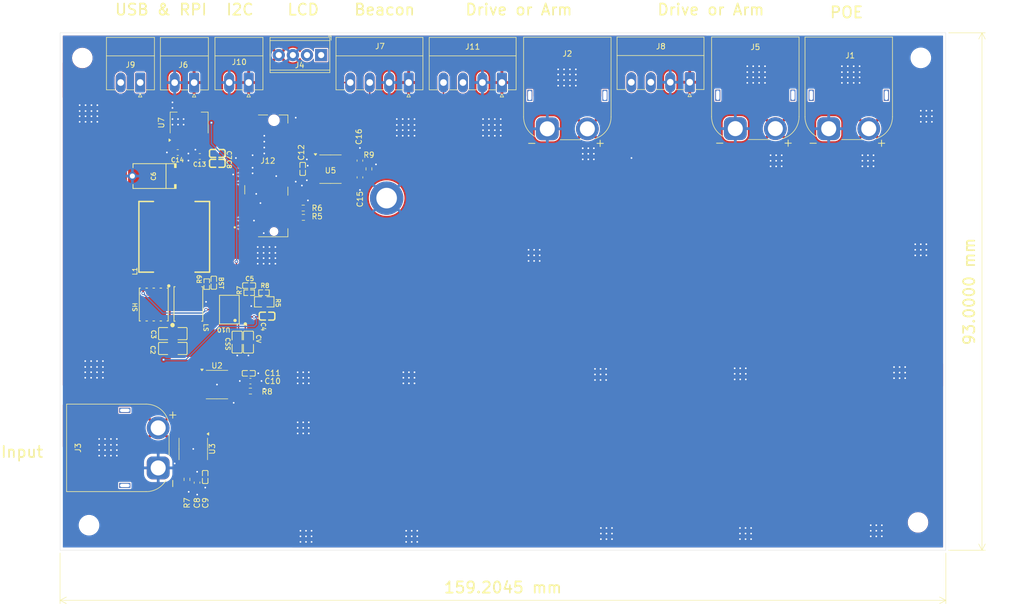
<source format=kicad_pcb>
(kicad_pcb (version 20240108) (generator "pcbnew") (generator_version "8.0")
  (layers (0 "F.Cu" signal "Top Layer") (1 "In1.Cu" signal "Inner1") (2 "In2.Cu" signal "Inner2") (31 "B.Cu" signal "Bottom Layer") (34 "B.Paste" user "Bottom Paste Mask Layer") (35 "F.Paste" user "Top Paste Mask Layer") (36 "B.SilkS" user "Bottom Silkscreen Layer") (37 "F.SilkS" user "Top Silkscreen Layer") (38 "B.Mask" user "Bottom Solder Mask Layer") (39 "F.Mask" user "Top Solder Mask Layer") (44 "Edge.Cuts" user "Multi-Layer"))
  (net 0 "")
  (net 1 "ADC1")
  (net 2 "GND")
  (net 3 "3.3V")
  (net 4 "ADC2")
  (net 5 "5V")
  (net 6 "Net-(J1-Pin_2)")
  (net 7 "Net-(J3-Pin_2)")
  (net 8 "Net-(J12-G0{slash}BUS0)")
  (net 9 "Net-(J12-G1{slash}BUS1)")
  (net 10 "Net-(J11-Pin_3)")
  (net 11 "Net-(J11-Pin_4)")
  (net 12 "SCL")
  (net 13 "SDA")
  (net 26 "TX")
  (net 48 "RX")
  (net 51 "SDA2")
  (net 52 "SCL2")
  (net 68 "40V")
  (net 69 "$2N2931")
  (net 70 "$2N2778")
  (net 71 "GATE")
  (net 72 "$2N2800")
  (net 73 "$2N671")
  (net 74 "$2N681")
  (net 75 "$2N1026")
  (net 76 "$2N1983")
  (net 77 "$2N1121")
  (net 78 "Net-(U3-~{FAULT})")
  (net 79 "Net-(U2-~{FAULT})")
  (footprint "Capacitor_SMD:C_0603_1608Metric" (layer "F.Cu") (at 293.697967 60.985884 -90)
    (property "Reference" "C15")
    (property "Value" "18pf" (hide yes))
  )
  (footprint "finalhand:C0603" (layer "F.Cu") (at 268.0655 56.6815)
    (property "Reference" "C7")
    (property "Value" "")
  )
  (footprint "Capacitor_SMD:C_0603_1608Metric" (layer "F.Cu") (at 293.688969 57.970249 -90)
    (property "Reference" "C16")
    (property "Value" "18pf" (hide yes))
  )
  (footprint "TerminalBlock_Phoenix:TerminalBlock_Phoenix_MPT-0,5-4-2.54_1x04_P2.54mm_Horizontal" (layer "F.Cu") (at 286.72121 39 180)
    (property "Reference" "J4")
    (property "Value" "Phoenix [2.54mm]" (hide yes))
  )
  (footprint "Package_SO:SOIC-8_3.9x4.9mm_P1.27mm" (layer "F.Cu") (at 268 98.2206)
    (property "Reference" "U2")
    (property "Value" "ACS711xLCTR-25AB" (hide yes))
  )
  (footprint "finalhand:C1206" (layer "F.Cu") (at 260.0645 89.0665 180)
    (property "Reference" "C3")
    (property "Value" "")
  )
  (footprint "Connector_AMASS:AMASS_XT60PW-M_1x02_P7.20mm_Horizontal" (layer "F.Cu") (at 257.432983 113.200801 90)
    (property "Reference" "J3")
    (property "Value" "XT60-PW-M" (hide yes))
  )
  (footprint "Capacitor_SMD:C_0603_1608Metric" (layer "F.Cu") (at 274 97.6016)
    (property "Reference" "C10")
    (property "Value" "18pF" (hide yes))
  )
  (footprint "finalhand:POWERVDFN-8_L6.0-W5.0-P1.27-BL" (layer "F.Cu") (at 262.8585 83.7325)
    (property "Reference" "LS")
    (property "Value" "")
  )
  (footprint "Resistor_SMD:R_0603_1608Metric" (layer "F.Cu") (at 262.607699 115.25909 -90)
    (property "Reference" "R7")
    (property "Value" "10K")
  )
  (footprint "Resistor_SMD:R_0603_1608Metric" (layer "F.Cu") (at 274 99.391646)
    (property "Reference" "R8")
    (property "Value" "10K")
  )
  (footprint "Connector_Phoenix_MC:PhoenixContact_MC_1,5_2-G-3.5_1x02_P3.50mm_Horizontal" (layer "F.Cu") (at 263.891469 43.949119 180)
    (property "Reference" "J6")
    (property "Value" "Phoenix (5V,GND)" (hide yes))
  )
  (footprint "finalhand:HTSSOP-14_L5.0-W4.4-P0.65-LS6.4-BL-EP" (layer "F.Cu") (at 270.2245 84.7485 90)
    (property "Reference" "U10")
    (property "Value" "")
  )
  (footprint "finalhand:C0805" (layer "F.Cu") (at 273.6535 90.5905 90)
    (property "Reference" "CV")
    (property "Value" "")
  )
  (footprint "finalhand:C0402" (layer "F.Cu") (at 273.7805 80.4305)
    (property "Reference" "C5")
    (property "Value" "")
  )
  (footprint "Package_SO:SOIC-8_3.9x4.9mm_P1.27mm" (layer "F.Cu") (at 263.73837 109.791861 -90)
    (property "Reference" "U3")
    (property "Value" "ACS711xLCTR-25AB" (hide yes))
  )
  (footprint "finalhand-easyedapro:C0402" (layer "F.Cu") (at 283.4 59.454998 90)
    (property "Reference" "C12")
    (property "Value" "100nF" (hide yes))
  )
  (footprint "finalhand:DFN-8_L5.9-W5.2-P1.27-LS6.2-BL" (layer "F.Cu") (at 256.6355 83.8595 180)
    (property "Reference" "HS")
    (property "Value" "")
  )
  (footprint "Connector_AMASS:AMASS_XT60PW-M_1x02_P7.20mm_Horizontal" (layer "F.Cu") (at 361.159382 52.218998)
    (property "Reference" "J5")
    (property "Value" "XT60-PW-M" (hide yes))
  )
  (footprint "Package_TO_SOT_SMD:SOT-223-3_TabPin2" (layer "F.Cu") (at 263 51.1635 90)
    (property "Reference" "U7")
    (property "Value" "AMS1117-3.3" (hide yes))
  )
  (footprint "Connector_Phoenix_MC:PhoenixContact_MC_1,5_4-G-3.5_1x04_P3.50mm_Horizontal" (layer "F.Cu") (at 319.207139 43.9325 180)
    (property "Reference" "J11")
    (property "Value" "Phoenix (+,-,CANH/L)" (hide yes))
  )
  (footprint "Connector_Phoenix_MC:PhoenixContact_MC_1,5_2-G-3.5_1x02_P3.50mm_Horizontal" (layer "F.Cu") (at 273.695 43.9325 180)
    (property "Reference" "J10")
    (property "Value" "Phoenix (5V,GND)" (hide yes))
  )
  (footprint "MountingHole:MountingHole_3.2mm_M3" (layer "F.Cu") (at 245 123.5 90)
    (property "Reference" "REF**" (hide yes))
    (property "Value" "MountingHole_3.2mm_M3" (hide yes))
  )
  (footprint "finalhand:C0805" (layer "F.Cu") (at 271.6215 90.5905 90)
    (property "Reference" "CSS")
    (property "Value" "")
  )
  (footprint "Capacitor_SMD:C_0603_1608Metric" (layer "F.Cu") (at 260.95651 56.509664 180)
    (property "Reference" "C14")
    (property "Value" "10µF" (hide yes))
  )
  (footprint "Package_SO:SOIC-8_3.9x4.9mm_P1.27mm" (layer "F.Cu") (at 288.4 59.5)
    (property "Reference" "U5")
    (property "Value" "SN65HVD232" (hide yes))
  )
  (footprint "Capacitor_SMD:C_0603_1608Metric" (layer "F.Cu") (at 264.416047 115.845581 -90)
    (property "Reference" "C8")
    (property "Value" "18pF" (hide yes))
  )
  (footprint "finalhand:C0603" (layer "F.Cu") (at 276.9935 85.910624 180)
    (property "Reference" "C4")
    (property "Value" "")
  )
  (footprint "MountingHole:MountingHole_3.2mm_M3" (layer "F.Cu") (at 394.5 39.5 90)
    (property "Reference" "REF**" (hide yes))
    (property "Value" "MountingHole_3.2mm_M3" (hide yes))
  )
  (footprint "finalhand:R0402" (layer "F.Cu") (at 276.4475 81.7005 180)
    (property "Reference" "R8")
    (property "Value" "")
  )
  (footprint "Resistor_SMD:R_0603_1608Metric" (layer "F.Cu") (at 283.531807 68.172328 180)
    (property "Reference" "R5")
    (property "Value" "10K" (hide yes))
  )
  (footprint "finalhand-easyedapro:C0402" (layer "F.Cu") (at 273.7112 96.2032)
    (property "Reference" "C11")
    (property "Value" "100nF" (hide yes))
  )
  (footprint "M2 Connect:micromod" (layer "F.Cu") (at 286.4905 60.7095 -90)
    (property "Reference" "J12")
    (property "Value" "MicroMod" (hide yes))
  )
  (footprint "Connector_AMASS:AMASS_XT60PW-M_1x02_P7.20mm_Horizontal" (layer "F.Cu") (at 327.371909 52.252793)
    (property "Reference" "J2")
    (property "Value" "XT60-PW-M" (hide yes))
  )
  (footprint "Capacitor_SMD:C_0603_1608Metric" (layer "F.Cu") (at 264.914303 57.214316 180)
    (property "Reference" "C13")
    (property "Value" "10µF" (hide yes))
  )
  (footprint "finalhand:R0402" (layer "F.Cu") (at 273.7805 81.7005 180)
    (property "Reference" "R7")
    (property "Value" "")
  )
  (footprint "MountingHole:MountingHole_3.2mm_M3" (layer "F.Cu") (at 394 123 90)
    (property "Reference" "REF**" (hide yes))
    (property "Value" "MountingHole_3.2mm_M3" (hide yes))
  )
  (footprint "finalhand:IND-SMD_L12.7-W12.7" (layer "F.Cu") (at 260.3185 71.6635 90)
    (property "Reference" "L1")
    (property "Value" "")
  )
  (footprint "finalhand:R0805" (layer "F.Cu") (at 276.4935 83.3515)
    (property "Reference" "R5")
    (property "Value" "")
  )
  (footprint "MountingHole:MountingHole_3.2mm_M3" (layer "F.Cu") (at 243.79881 39.526125 90)
    (property "Reference" "REF**" (hide yes))
    (property "Value" "MountingHole_3.2mm_M3" (hide yes))
  )
  (footprint "finalhand:Pad_e949" (layer "F.Cu") (at 252.7915 60.7455 -90)
    (property "Reference" "")
    (property "Value" "")
  )
  (footprint "finalhand:C0603" (layer "F.Cu") (at 268.0655 58.4595)
    (property "Reference" "C8")
    (property "Value" "")
  )
  (footprint "finalhand-easyedapro:C0402" (layer "F.Cu") (at 265.872327 114.835581 -90)
    (property "Reference" "C9")
    (property "Value" "100nF" (hide yes))
  )
  (footprint "Connector_Phoenix_MC:PhoenixContact_MC_1,5_2-G-3.5_1x02_P3.50mm_Horizontal" (layer "F.Cu") (at 254.195 43.9325 180)
    (property "Reference" "J9")
    (property "Value" "Phoenix (SDA/L)" (hide yes))
  )
  (footprint "Connector_Phoenix_MC:PhoenixContact_MC_1,5_4-G-3.5_1x04_P3.50mm_Horizontal" (layer "F.Cu") (at 352.966753 43.879939 180)
    (property "Reference" "J8")
    (property "Value" "Phoenix (+,-,CANH/L)" (hide yes))
  )
  (footprint "finalhand:C0402" (layer "F.Cu") (at 267.4305 79.9135 90)
    (property "Reference" "BST")
    (property "Value" "")
  )
  (footprint "finalhand:C1206" (layer "F.Cu") (at 260.0645 91.7335 180)
    (property "Reference" "C2")
    (property "Value" "")
  )
  (footprint "Resistor_SMD:R_0603_1608Metric" (layer "F.Cu") (at 283.5 66.5 180)
    (property "Reference" "R6")
    (property "Value" "10K" (hide yes))
  )
  (footprint "finalhand:R0402" (layer "F.Cu") (at 266.1605 80.1635 90)
    (property "Reference" "R9")
    (property "Value" "")
  )
  (footprint "Resistor_SMD:R_0603_1608Metric" (layer "F.Cu") (at 295.308705 59.455007 90)
    (property "Reference" "R9")
    (property "Value" "120" (hide yes))
  )
  (footprint "Connector_Phoenix_MC:PhoenixContact_MC_1,5_4-G-3.5_1x04_P3.50mm_Horizontal" (layer "F.Cu") (at 302.449371 43.9325 180)
    (property "Reference" "J7")
    (property "Value" "Phoenix (GPIO, 5V, GND)" (hide yes))
  )
  (footprint "finalhand:CAP-SMD_L7.3-W4.3-R-RD" (layer "F.Cu") (at 256.6355 60.7455)
    (property "Reference" "C6")
    (property "Value" "")
  )
  (footprint "Connector_AMASS:AMASS_XT60PW-M_1x02_P7.20mm_Horizontal" (layer "F.Cu") (at 377.949042 52.232566)
    (property "Reference" "J1")
    (property "Value" "XT60-PW-M" (hide yes))
  )
  (gr_rect (start 239.795486 35) (end 399 128) (stroke (width 0.05)) (fill none) (layer "Edge.Cuts"))
  (gr_text "I2C" (at 269.5 32 0) (layer "F.SilkS") (effects (font (size 2 2) (thickness 0.3)) (justify left bottom)))
  (gr_text "Drive or Arm" (at 347 32 0) (layer "F.SilkS") (effects (font (size 2 2) (thickness 0.3)) (justify left bottom)))
  (gr_text "USB & RPI" (at 249.5 32 0) (layer "F.SilkS") (effects (font (size 2 2) (thickness 0.3)) (justify left bottom)))
  (gr_text "POE" (at 378 32.5 0) (layer "F.SilkS") (effects (font (size 2 2) (thickness 0.3)) (justify left bottom)))
  (gr_text "Beacon" (at 292.5 32 0) (layer "F.SilkS") (effects (font (size 2 2) (thickness 0.3)) (justify left bottom)))
  (gr_text "Drive or Arm" (at 312.5 32 0) (layer "F.SilkS") (effects (font (size 2 2) (thickness 0.3)) (justify left bottom)))
  (gr_text "Input" (at 229 111.5 0) (layer "F.SilkS") (effects (font (size 2 2) (thickness 0.3)) (justify left bottom)))
  (gr_text "LCD" (at 280.5 32 0) (layer "F.SilkS") (effects (font (size 2 2) (thickness 0.3)) (justify left bottom)))
  (dimension (type aligned) (layer "F.SilkS") (pts (xy 399 128) (xy 399 35)) (height 6.5) (gr_text "93.0000 mm" (at 403.2 81.5 90) (layer "F.SilkS") (effects (font (size 2 2) (thickness 0.3)))) (format (prefix "") (suffix "") (units 3) (units_format 1) (precision 4)) (style (thickness 0.1) (arrow_length 1.27) (text_position_mode 0) (extension_height 0.58642) (extension_offset 0.5) keep_text_aligned))
  (dimension (type aligned) (layer "F.SilkS") (pts (xy 239.795486 128) (xy 399 128)) (height 8.999999) (gr_text "159.2045 mm" (at 319.397743 134.699999 0) (layer "F.SilkS") (effects (font (size 2 2) (thickness 0.3)))) (format (prefix "") (suffix "") (units 3) (units_format 1) (precision 4)) (style (thickness 0.1) (arrow_length 1.27) (text_position_mode 0) (extension_height 0.58642) (extension_offset 0.5) keep_text_aligned))
  (segment (start 280.5155 61.7095) (end 282.1095 61.7095) (width 0.254) (layer "F.Cu") (net 1))
  (segment (start 264.432144 115.054484) (end 264.416047 115.070581) (width 0.254) (layer "F.Cu") (net 1))
  (segment (start 264.432144 113.895607) (end 264.432144 115.054484) (width 0.254) (layer "F.Cu") (net 1))
  (segment (start 264.37337 113.836833) (end 264.432144 113.895607) (width 0.254) (layer "F.Cu") (net 1))
  (segment (start 282.1095 61.7095) (end 282.15 61.75) (width 0.254) (layer "F.Cu") (net 1))
  (segment (start 264.37337 112.266861) (end 264.37337 113.836833) (width 0.254) (layer "F.Cu") (net 1))
  (via blind (at 282.15 61.75) (size 0.61) (drill 0.305) (layers "F.Cu" "In2.Cu") (net 1))
  (via blind (at 264.432144 113.895607) (size 0.61) (drill 0.305) (layers "F.Cu" "In2.Cu") (net 1))
  (segment (start 270.9135 60.4595) (end 272.9655 60.4595) (width 0.254) (layer "F.Cu") (net 2))
  (segment (start 270.9135 59.5865) (end 271.5405 58.9595) (width 0.254) (layer "F.Cu") (net 2))
  (segment (start 264.139303 57.214316) (end 264.139303 56.021103) (width 0.381) (layer "F.Cu") (net 2))
  (segment (start 271.5405 58.9595) (end 272.9655 58.9595) (width 0.254) (layer "F.Cu") (net 2))
  (segment (start 284.3 58.88) (end 285.91 58.88) (width 0.254) (layer "F.Cu") (net 2))
  (segment (start 271 101.5) (end 271 100.6506) (width 0.381) (layer "F.Cu") (net 2))
  (segment (start 265.872327 115.380581) (end 265.872327 116.714882) (width 0.381) (layer "F.Cu") (net 2))
  (segment (start 268.7825 86.6985) (end 267.3585 86.6985) (width 0.254) (layer "F.Cu") (net 2))
  (segment (start 284.3 58.88) (end 283.429998 58.88) (width 0.254) (layer "F.Cu") (net 2))
  (segment (start 261.700285 112.399946) (end 261.83337 112.266861) (width 0.381) (layer "F.Cu") (net 2))
  (segment (start 267.3585 83.4485) (end 266.1305 83.4485) (width 0.254) (layer "F.Cu") (net 2))
  (segment (start 266.1305 83.4485) (end 266.0335 83.3515) (width 0.254) (layer "F.Cu") (net 2))
  (segment (start 274.775 97.6016) (end 275.9746 97.6016) (width 0.254) (layer "F.Cu") (net 2))
  (segment (start 274.65 69.149892) (end 274.65 68.75) (width 0.254) (layer "F.Cu") (net 2))
  (segment (start 260.18151 56.509664) (end 259.009664 56.509664) (width 0.381) (layer "F.Cu") (net 2))
  (segment (start 264.139303 56.021103) (end 264.1182 56) (width 0.381) (layer "F.Cu") (net 2))
  (segment (start 260.7 54.3135) (end 260.7 55.991174) (width 0.381) (layer "F.Cu") (net 2))
  (segment (start 275.9746 97.6016) (end 276 97.5762) (width 0.254) (layer "F.Cu") (net 2))
  (segment (start 260.39614 112.399946) (end 261.700285 112.399946) (width 0.381) (layer "F.Cu") (net 2))
  (segment (start 274.2562 96.2032) (end 275.4158 96.2032) (width 0.254) (layer "F.Cu") (net 2))
  (segment (start 271.6215 92.9715) (end 271.65 93) (width 0.254) (layer "F.Cu") (net 2))
  (segment (start 293.688969 55.69683) (end 293.689312 55.696487) (width 0.254) (layer "F.Cu") (net 2))
  (segment (start 272.9655 69.9595) (end 273.840392 69.9595) (width 0.254) (layer "F.Cu") (net 2))
  (segment (start 285.91 58.88) (end 285.925 58.865) (width 0.254) (layer "F.Cu") (net 2))
  (segment (start 273.840392 69.9595) (end 274.65 69.149892) (width 0.254) (layer "F.Cu") (net 2))
  (segment (start 259.009664 56.509664) (end 259 56.5) (width 0.381) (layer "F.Cu") (net 2))
  (segment (start 273.6535 92.9965) (end 273.65 93) (width 0.254) (layer "F.Cu") (net 2))
  (segment (start 264.416047 117.971511) (end 264.439535 117.994999) (width 0.254) (layer "F.Cu") (net 2))
  (segment (start 271.6215 91.6205) (end 271.6215 92.9715) (width 0.254) (layer "F.Cu") (net 2))
  (segment (start 264.416047 116.620581) (end 264.416047 117.971511) (width 0.254) (layer "F.Cu") (net 2))
  (segment (start 293.697967 61.760884) (end 293.697967 63.24339) (width 0.254) (layer "F.Cu") (net 2))
  (segment (start 269.7245 85.7565) (end 268.7825 86.6985) (width 0.254) (layer "F.Cu") (net 2))
  (segment (start 283.429998 58.88) (end 283.4 58.909998) (width 0.254) (layer "F.Cu") (net 2))
  (segment (start 260.7 55.991174) (end 260.18151 56.509664) (width 0.381) (layer "F.Cu") (net 2))
  (segment (start 276.4 71) (end 276.3405 71.0595) (width 0.254) (layer "F.Cu") (net 2))
  (segment (start 276.3405 71.0595) (end 273.7405 71.0595) (width 0.254) (layer "F.Cu") (net 2))
  (segment (start 275.4158 96.2032) (end 275.4238 96.1952) (width 0.254) (layer "F.Cu") (net 2))
  (segment (start 270.9135 60.4595) (end 270.9135 59.5865) (width 0.254) (layer "F.Cu") (net 2))
  (segment (start 273.6535 91.6205) (end 273.6535 92.9965) (width 0.254) (layer "F.Cu") (net 2))
  (segment (start 265.872327 116.714882) (end 265.895815 116.73837) (width 0.381) (layer "F.Cu") (net 2))
  (segment (start 271 100.6506) (end 270.475 100.1256) (width 0.381) (layer "F.Cu") (net 2))
  (segment (start 293.688969 57.195249) (end 293.688969 55.69683) (width 0.254) (layer "F.Cu") (net 2))
  (segment (start 269.7245 85.2485) (end 269.7245 85.7565) (width 0.254) (layer "F.Cu") (net 2))
  (via blind (at 275.31802 76.5) (size 0.61) (drill 0.305) (layers "F.Cu" "In1.Cu") (net 2))
  (via (at 293.697967 63.24339) (size 0.61) (drill 0.305) (layers "F.Cu" "B.Cu") (net 2))
  (via blind (at 276.5 55.62132) (size 0.61) (drill 0.305) (layers "F.Cu" "In1.Cu") (net 2))
  (via blind (at 277.43934 76.5) (size 0.61) (drill 0.305) (layers "F.Cu" "In1.Cu") (net 2))
  (via (at 274.65 68.75) (size 0.61) (drill 0.305) (layers "F.Cu" "B.Cu") (net 2))
  (via blind (at 276.37868 76.5) (size 0.61) (drill 0.305) (layers "F.Cu" "In1.Cu") (net 2))
  (via (at 266.0335 83.3515) (size 0.61) (drill 0.305) (layers "F.Cu" "B.Cu") (net 2))
  (via blind (at 278.5 73.5) (size 0.61) (drill 0.305) (layers "F.Cu" "In1.Cu") (net 2))
  (via blind (at 277.43934 73.5) (size 0.61) (drill 0.305) (layers "F.Cu" "In1.Cu") (net 2))
  (via (at 276.4 71) (size 0.61) (drill 0.305) (layers "F.Cu" "B.Cu") (net 2))
  (via blind (at 276.5 54.56066) (size 0.61) (drill 0.305) (layers "F.Cu" "In1.Cu") (net 2))
  (via blind (at 275.31802 73.5) (size 0.61) (drill 0.305) (layers "F.Cu" "In1.Cu") (net 2))
  (via (at 273.65 93) (size 0.61) (drill 0.305) (layers "F.Cu" "B.Cu") (net 2))
  (via blind (at 276.37868 73.5) (size 0.61) (drill 0.305) (layers "F.Cu" "In1.Cu") (net 2))
  (via (at 274.1615 84.1135) (size 0.61) (drill 0.305) (layers "F.Cu" "B.Cu") (net 2))
  (via (at 271 101.5) (size 0.61) (drill 0.305) (layers "F.Cu" "B.Cu") (net 2))
  (via (at 264.1182 56) (size 0.61) (drill 0.305) (layers "F.Cu" "B.Cu") (net 2))
  (via (at 275.4238 96.1952) (size 0.61) (drill 0.305) (layers "F.Cu" "B.Cu") (net 2))
  (via blind (at 276.5 56.68198) (size 0.61) (drill 0.305) (layers "F.Cu" "In1.Cu") (net 2))
  (via (at 260.39614 112.399946) (size 0.61) (drill 0.305) (layers "F.Cu" "B.Cu") (net 2))
  (via (at 265.895815 116.73837) (size 0.61) (drill 0.305) (layers "F.Cu" "B.Cu") (net 2))
  (via (at 259 56.5) (size 0.61) (drill 0.305) (layers "F.Cu" "B.Cu") (net 2))
  (via (at 264.439535 117.994999) (size 0.61) (drill 0.305) (layers "F.Cu" "B.Cu") (net 2))
  (via (at 284.3 58.88) (size 0.61) (drill 0.305) (layers "F.Cu" "B.Cu") (net 2))
  (via blind (at 278.5 76.5) (size 0.61) (drill 0.305) (layers "F.Cu" "In1.Cu") (net 2))
  (via (at 270.9135 60.4595) (size 0.61) (drill 0.305) (layers "F.Cu" "B.Cu") (net 2))
  (via (at 276 97.5762) (size 0.61) (drill 0.305) (layers "F.Cu" "B.Cu") (net 2))
  (via blind (at 276.5 53.5) (size 0.61) (drill 0.305) (layers "F.Cu" "In1.Cu") (net 2))
  (via (at 293.689312 55.696487) (size 0.61) (drill 0.305) (layers "F.Cu" "B.Cu") (net 2))
  (via (at 271.65 93) (size 0.61) (drill 0.305) (layers "F.Cu" "B.Cu") (net 2))
  (via blind (at 278.5 75.5) (size 0.61) (drill 0.305) (layers "In1.Cu" "B.Cu") (net 2))
  (via blind (at 317.93934 50.5) (size 0.61) (drill 0.305) (layers "In1.Cu" "B.Cu") (net 2))
  (via blind (at 301.37868 53.5) (size 0.61) (drill 0.305) (layers "In1.Cu" "B.Cu") (net 2))
  (via blind (at 383.5 44) (size 0.61) (drill 0.305) (layers "In1.Cu" "B.Cu") (net 2))
  (via blind (at 363.31802 41) (size 0.61) (drill 0.305) (layers "In1.Cu" "B.Cu") (net 2))
  (via blind (at 365.43934 41) (size 0.61) (drill 0.305) (layers "In1.Cu" "B.Cu") (net 2))
  (via blind (at 302.43934 51.56066) (size 0.61) (drill 0.305) (layers "In1.Cu" "B.Cu") (net 2))
  (via blind (at 245.37868 96) (size 0.61) (drill 0.305) (layers "In1.Cu" "B.Cu") (net 2))
  (via blind (at 331.43934 43.5) (size 0.61) (drill 0.305) (layers "In1.Cu" "B.Cu") (net 2))
  (via blind (at 246.81802 109.06066) (size 0.61) (drill 0.305) (layers "In1.Cu" "B.Cu") (net 2))
  (via blind (at 380.31802 42.06066) (size 0.61) (drill 0.305) (layers "In1.Cu" "B.Cu") (net 2))
  (via blind (at 246.81802 111) (size 0.61) (drill 0.305) (layers "In1.Cu" "B.Cu") (net 2))
  (via blind (at 246.5 48) (size 0.61) (drill 0.305) (layers "In1.Cu" "B.Cu") (net 2))
  (via blind (at 247.5 95.06066) (size 0.61) (drill 0.305) (layers "In1.Cu" "B.Cu") (net 2))
  (via blind (at 383.5 43) (size 0.61) (drill 0.305) (layers "In1.Cu" "B.Cu") (net 2))
  (via blind (at 246.43934 95.06066) (size 0.61) (drill 0.305) (layers "In1.Cu" "B.Cu") (net 2))
  (via blind (at 248.93934 108) (size 0.61) (drill 0.305) (layers "In1.Cu" "B.Cu") (net 2))
  (via blind (at 300.31802 53.5) (size 0.61) (drill 0.305) (layers "In1.Cu" "B.Cu") (net 2))
  (via blind (at 244.31802 96) (size 0.61) (drill 0.305) (layers "In1.Cu" "B.Cu") (net 2))
  (via blind (at 319 50.5) (size 0.61) (drill 0.305) (layers "In1.Cu" "B.Cu") (net 2))
  (via blind (at 302.43934 53.5) (size 0.61) (drill 0.305) (layers "In1.Cu" "B.Cu") (net 2))
  (via blind (at 365.43934 42.06066) (size 0.61) (drill 0.305) (layers "In1.Cu" "B.Cu") (net 2))
  (via blind (at 246.43934 97) (size 0.61) (drill 0.305) (layers "In1.Cu" "B.Cu") (net 2))
  (via blind (at 382.43934 42.06066) (size 0.61) (drill 0.305) (layers "In1.Cu" "B.Cu") (net 2))
  (via blind (at 245.43934 51) (size 0.61) (drill 0.305) (layers "In1.Cu" "B.Cu") (net 2))
  (via blind (at 330.37868 44.5) (size 0.61) (drill 0.305) (layers "In1.Cu" "B.Cu") (net 2))
  (via blind (at 316.87868 52.5) (size 0.61) (drill 0.305) (layers "In1.Cu" "B.Cu") (net 2))
  (via blind (at 303.5 53.5) (size 0.61) (drill 0.305) (layers "In1.Cu" "B.Cu") (net 2))
  (via blind (at 247.5 97) (size 0.61) (drill 0.305) (layers "In1.Cu" "B.Cu") (net 2))
  (via blind (at 366.5 41) (size 0.61) (drill 0.305) (layers "In1.Cu" "B.Cu") (net 2))
  (via blind (at 244.31802 97) (size 0.61) (drill 0.305) (layers "In1.Cu" "B.Cu") (net 2))
  (via blind (at 364.37868 42.06066) (size 0.61) (drill 0.305) (layers "In1.Cu" "B.Cu") (net 2))
  (via blind (at 332.5 41.56066) (size 0.61) (drill 0.305) (layers "In1.Cu" "B.Cu") (net 2))
  (via blind (at 366.5 43) (size 0.61) (drill 0.305) (layers "In1.Cu" "B.Cu") (net 2))
  (via blind (at 331.43934 41.56066) (size 0.61) (drill 0.305) (layers "In1.Cu" "B.Cu") (net 2))
  (via blind (at 303.5 51.56066) (size 0.61) (drill 0.305) (layers "In1.Cu" "B.Cu") (net 2))
  (via blind (at 301.37868 51.56066) (size 0.61) (drill 0.305) (layers "In1.Cu" "B.Cu") (net 2))
  (via blind (at 363.31802 44) (size 0.61) (drill 0.305) (layers "In1.Cu" "B.Cu") (net 2))
  (via blind (at 331.43934 44.5) (size 0.61) (drill 0.305) (layers "In1.Cu" "B.Cu") (net 2))
  (via blind (at 315.81802 52.5) (size 0.61) (drill 0.305) (layers "In1.Cu" "B.Cu") (net 2))
  (via blind (at 250 110) (size 0.61) (drill 0.305) (layers "In1.Cu" "B.Cu") (net 2))
  (via blind (at 243.31802 50) (size 0.61) (drill 0.305) (layers "In1.Cu" "B.Cu") (net 2))
  (via blind (at 381.37868 43) (size 0.61) (drill 0.305) (layers "In1.Cu" "B.Cu") (net 2))
  (via blind (at 277.43934 74.56066) (size 0.61) (drill 0.305) (layers "In1.Cu" "B.Cu") (net 2))
  (via blind (at 276.37868 74.56066) (size 0.61) (drill 0.305) (layers "In1.Cu" "B.Cu") (net 2))
  (via blind (at 315.81802 53.5) (size 0.61) (drill 0.305) (layers "In1.Cu" "B.Cu") (net 2))
  (via blind (at 247.5 94) (size 0.61) (drill 0.305) (layers "In1.Cu" "B.Cu") (net 2))
  (via blind (at 246.43934 96) (size 0.61) (drill 0.305) (layers "In1.Cu" "B.Cu") (net 2))
  (via blind (at 247.87868 109.06066) (size 0.61) (drill 0.305) (layers "In1.Cu" "B.Cu") (net 2))
  (via blind (at 276.37868 75.5) (size 0.61) (drill 0.305) (layers "In1.Cu" "B.Cu") (net 2))
  (via blind (at 275.31802 74.56066) (size 0.61) (drill 0.305) (layers "In1.Cu" "B.Cu") (net 2))
  (via blind (at 330.37868 41.56066) (size 0.61) (drill 0.305) (layers "In1.Cu" "B.Cu") (net 2))
  (via blind (at 332.5 43.5) (size 0.61) (drill 0.305) (layers "In1.Cu" "B.Cu") (net 2))
  (via blind (at 316.87868 51.56066) (size 0.61) (drill 0.305) (layers "In1.Cu" "B.Cu") (net 2))
  (via blind (at 246.81802 108) (size 0.61) (drill 0.305) (layers "In1.Cu" "B.Cu") (net 2))
  (via blind (at 315.81802 51.56066) (size 0.61) (drill 0.305) (layers "In1.Cu" "B.Cu") (net 2))
  (via blind (at 248.93934 109.06066) (size 0.61) (drill 0.305) (layers "In1.Cu" "B.Cu") (net 2))
  (via blind (at 246.5 49.06066) (size 0.61) (drill 0.305) (layers "In1.Cu" "B.Cu") (net 2))
  (via blind (at 329.31802 44.5) (size 0.61) (drill 0.305) (layers "In1.Cu" "B.Cu") (net 2))
  (via blind (at 317.93934 52.5) (size 0.61) (drill 0.305) (layers "In1.Cu" "B.Cu") (net 2))
  (via blind (at 244.37868 50) (size 0.61) (drill 0.305) (layers "In1.Cu" "B.Cu") (net 2))
  (via blind (at 245.37868 97) (size 0.61) (drill 0.305) (layers "In1.Cu" "B.Cu") (net 2))
  (via blind (at 243.31802 48) (size 0.61) (drill 0.305) (layers "In1.Cu" "B.Cu") (net 2))
  (via blind (at 246.5 50) (size 0.61) (drill 0.305) (layers "In1.Cu" "B.Cu") (net 2))
  (via blind (at 275.31802 75.5) (size 0.61) (drill 0.305) (layers "In1.Cu" "B.Cu") (net 2))
  (via blind (at 383.5 42.06066) (size 0.61) (drill 0.305) (layers "In1.Cu" "B.Cu") (net 2))
  (via blind (at 247.87868 110) (size 0.61) (drill 0.305) (layers "In1.Cu" "B.Cu") (net 2))
  (via blind (at 247.87868 108) (size 0.61) (drill 0.305) (layers "In1.Cu" "B.Cu") (net 2))
  (via blind (at 381.37868 44) (size 0.61) (drill 0.305) (layers "In1.Cu" "B.Cu") (net 2))
  (via blind (at 247.87868 111) (size 0.61) (drill 0.305) (layers "In1.Cu" "B.Cu") (net 2))
  (via blind (at 302.43934 52.5) (size 0.61) (drill 0.305) (layers "In1.Cu" "B.Cu") (net 2))
  (via blind (at 300.31802 50.5) (size 0.61) (drill 0.305) (layers "In1.Cu" "B.Cu") (net 2))
  (via blind (at 301.37868 50.5) (size 0.61) (drill 0.305) (layers "In1.Cu" "B.Cu") (net 2))
  (via blind (at 382.43934 43) (size 0.61) (drill 0.305) (layers "In1.Cu" "B.Cu") (net 2))
  (via blind (at 381.37868 42.06066) (size 0.61) (drill 0.305) (layers "In1.Cu" "B.Cu") (net 2))
  (via blind (at 243.31802 51) (size 0.61) (drill 0.305) (layers "In1.Cu" "B.Cu") (net 2))
  (via blind (at 303.5 52.5) (size 0.61) (drill 0.305) (layers "In1.Cu" "B.Cu") (net 2))
  (via blind (at 382.43934 41) (size 0.61) (drill 0.305) (layers "In1.Cu" "B.Cu") (net 2))
  (via blind (at 365.43934 44) (size 0.61) (drill 0.305) (layers "In1.Cu" "B.Cu") (net 2))
  (via blind (at 317.93934 53.5) (size 0.61) (drill 0.305) (layers "In1.Cu" "B.Cu") (net 2))
  (via blind (at 245.43934 50) (size 0.61) (drill 0.305) (layers "In1.Cu" "B.Cu") (net 2))
  (via blind (at 248.93934 110) (size 0.61) (drill 0.305) (layers "In1.Cu" "B.Cu") (net 2))
  (via blind (at 245.37868 94) (size 0.61) (drill 0.305) (layers "In1.Cu" "B.Cu") (net 2))
  (via blind (at 315.81802 50.5) (size 0.61) (drill 0.305) (layers "In1.Cu" "B.Cu") (net 2))
  (via blind (at 245.43934 48) (size 0.61) (drill 0.305) (layers "In1.Cu" "B.Cu") (net 2))
  (via blind (at 278.5 74.56066) (size 0.61) (drill 0.305) (layers "In1.Cu" "B.Cu") (net 2))
  (via blind (at 316.87868 50.5) (size 0.61) (drill 0.305) (layers "In1.Cu" "B.Cu") (net 2))
  (via blind (at 331.43934 42.5) (size 0.61) (drill 0.305) (layers "In1.Cu" "B.Cu") (net 2))
  (via blind (at 301.37868 52.5) (size 0.61) (drill 0.305) (layers "In1.Cu" "B.Cu") (net 2))
  (via blind (at 329.31802 42.5) (size 0.61) (drill 0.305) (layers "In1.Cu" "B.Cu") (net 2))
  (via blind (at 250 108) (size 0.61) (drill 0.305) (layers "In1.Cu" "B.Cu") (net 2))
  (via blind (at 383.5 41) (size 0.61) (drill 0.305) (layers "In1.Cu" "B.Cu") (net 2))
  (via blind (at 363.31802 43) (size 0.61) (drill 0.305) (layers "In1.Cu" "B.Cu") (net 2))
  (via blind (at 330.37868 42.5) (size 0.61) (drill 0.305) (layers "In1.Cu" "B.Cu") (net 2))
  (via blind (at 243.31802 49.06066) (size 0.61) (drill 0.305) (layers "In1.Cu" "B.Cu") (net 2))
  (via blind (at 302.43934 50.5) (size 0.61) (drill 0.305) (layers "In1.Cu" "B.Cu") (net 2))
  (via blind (at 317.93934 51.56066) (size 0.61) (drill 0.305) (layers "In1.Cu" "B.Cu") (net 2))
  (via blind (at 316.87868 53.5) (size 0.61) (drill 0.305) (layers "In1.Cu" "B.Cu") (net 2))
  (via blind (at 245.37868 95.06066) (size 0.61) (drill 0.305) (layers "In1.Cu" "B.Cu") (net 2))
  (via blind (at 381.37868 41) (size 0.61) (drill 0.305) (layers "In1.Cu" "B.Cu") (net 2))
  (via blind (at 300.31802 52.5) (size 0.61) (drill 0.305) (layers "In1.Cu" "B.Cu") (net 2))
  (via blind (at 365.43934 43) (size 0.61) (drill 0.305) (layers "In1.Cu" "B.Cu") (net 2))
  (via blind (at 364.37868 43) (size 0.61) (drill 0.305) (layers "In1.Cu" "B.Cu") (net 2))
  (via blind (at 364.37868 44) (size 0.61) (drill 0.305) (layers "In1.Cu" "B.Cu") (net 2))
  (via blind (at 329.31802 43.5) (size 0.61) (drill 0.305) (layers "In1.Cu" "B.Cu") (net 2))
  (via blind (at 246.5 51) (size 0.61) (drill 0.305) (layers "In1.Cu" "B.Cu") (net 2))
  (via blind (at 250 111) (size 0.61) (drill 0.305) (layers "In1.Cu" "B.Cu") (net 2))
  (via blind (at 329.31802 41.56066) (size 0.61) (drill 0.305) (layers "In1.Cu" "B.Cu") (net 2))
  (via blind (at 366.5 42.06066) (size 0.61) (drill 0.305) (layers "In1.Cu" "B.Cu") (net 2))
  (via blind (at 364.37868 41) (size 0.61) (drill 0.305) (layers "In1.Cu" "B.Cu") (net 2))
  (via blind (at 246.43934 94) (size 0.61) (drill 0.305) (layers "In1.Cu" "B.Cu") (net 2))
  (via blind (at 247.5 96) (size 0.61) (drill 0.305) (layers "In1.Cu" "B.Cu") (net 2))
  (via blind (at 277.43934 75.5) (size 0.61) (drill 0.305) (layers "In1.Cu" "B.Cu") (net 2))
  (via blind (at 303.5 50.5) (size 0.61) (drill 0.305) (layers "In1.Cu" "B.Cu") (net 2))
  (via blind (at 244.31802 95.06066) (size 0.61) (drill 0.305) (layers "In1.Cu" "B.Cu") (net 2))
  (via blind (at 332.5 42.5) (size 0.61) (drill 0.305) (layers "In1.Cu" "B.Cu") (net 2))
  (via blind (at 300.31802 51.56066) (size 0.61) (drill 0.305) (layers "In1.Cu" "B.Cu") (net 2))
  (via blind (at 380.31802 43) (size 0.61) (drill 0.305) (layers "In1.Cu" "B.Cu") (net 2))
  (via blind (at 366.5 44) (size 0.61) (drill 0.305) (layers "In1.Cu" "B.Cu") (net 2))
  (via blind (at 319 53.5) (size 0.61) (drill 0.305) (layers "In1.Cu" "B.Cu") (net 2))
  (via blind (at 319 51.56066) (size 0.61) (drill 0.305) (layers "In1.Cu" "B.Cu") (net 2))
  (via blind (at 244.31802 94) (size 0.61) (drill 0.305) (layers "In1.Cu" "B.Cu") (net 2))
  (via blind (at 248.93934 111) (size 0.61) (drill 0.305) (layers "In1.Cu" "B.Cu") (net 2))
  (via blind (at 244.37868 49.06066) (size 0.61) (drill 0.305) (layers "In1.Cu" "B.Cu") (net 2))
  (via blind (at 380.31802 41) (size 0.61) (drill 0.305) (layers "In1.Cu" "B.Cu") (net 2))
  (via blind (at 319 52.5) (size 0.61) (drill 0.305) (layers "In1.Cu" "B.Cu") (net 2))
  (via blind (at 363.31802 42.06066) (size 0.61) (drill 0.305) (layers "In1.Cu" "B.Cu") (net 2))
  (via blind (at 245.43934 49.06066) (size 0.61) (drill 0.305) (layers "In1.Cu" "B.Cu") (net 2))
  (via blind (at 244.37868 48) (size 0.61) (drill 0.305) (layers "In1.Cu" "B.Cu") (net 2))
  (via blind (at 332.5 44.5) (size 0.61) (drill 0.305) (layers "In1.Cu" "B.Cu") (net 2))
  (via blind (at 330.37868 43.5) (size 0.61) (drill 0.305) (layers "In1.Cu" "B.Cu") (net 2))
  (via blind (at 382.43934 44) (size 0.61) (drill 0.305) (layers "In1.Cu" "B.Cu") (net 2))
  (via blind (at 380.31802 44) (size 0.61) (drill 0.305) (layers "In1.Cu" "B.Cu") (net 2))
  (via blind (at 250 109.06066) (size 0.61) (drill 0.305) (layers "In1.Cu" "B.Cu") (net 2))
  (via blind (at 244.37868 51) (size 0.61) (drill 0.305) (layers "In1.Cu" "B.Cu") (net 2))
  (via blind (at 246.81802 110) (size 0.61) (drill 0.305) (layers "In1.Cu" "B.Cu") (net 2))
  (segment (start 284.356807 68.172328) (end 282.819635 69.7095) (width 0.381) (layer "F.Cu") (net 3))
  (segment (start 262.91279 117.5) (end 262.967596 117.445194) (width 0.381) (layer "F.Cu") (net 3))
  (segment (start 280.5155 51.3845) (end 281.65 50.25) (width 0.254) (layer "F.Cu") (net 3))
  (segment (start 260 48.5) (end 262.5135 48.5) (width 0.381) (layer "F.Cu") (net 3))
  (segment (start 282.819635 69.7095) (end 280.5155 69.7095) (width 0.381) (layer "F.Cu") (net 3))
  (segment (start 265.64337 111.696861) (end 263.73837 109.791861) (width 0.381) (layer "F.Cu") (net 3))
  (segment (start 262.607699 117.194909) (end 262.91279 117.5) (width 0.381) (layer "F.Cu") (net 3))
  (segment (start 260 47.5) (end 262.4865 47.5) (width 0.381) (layer "F.Cu") (net 3))
  (segment (start 262.859069 57.954594) (end 262.866265 57.96179) (width 0.381) (layer "F.Cu") (net 3))
  (segment (start 261.73151 56.509664) (end 261.73151 55.58199) (width 0.381) (layer "F.Cu") (net 3))
  (segment (start 262.859069 56.697571) (end 262.859069 54.454431) (width 0.381) (layer "F.Cu") (net 3))
  (segment (start 262.859069 54.454431) (end 263 54.3135) (width 0.381) (layer "F.Cu") (net 3))
  (segment (start 283.262692 62.448964) (end 283.262692 60.137306) (width 0.381) (layer "F.Cu") (net 3))
  (segment (start 263 51) (end 263 52) (width 0.762) (layer "F.Cu") (net 3))
  (segment (start 268 98.2206) (end 268 97) (width 0.381) (layer "F.Cu") (net 3))
  (segment (start 265.64337 114.061624) (end 265.872327 114.290581) (width 0.381) (layer "F.Cu") (net 3))
  (segment (start 284.356807 68.172328) (end 284.356807 66.531807) (width 0.381) (layer "F.Cu") (net 3))
  (segment (start 265.64337 112.266861) (end 265.64337 111.696861) (width 0.381) (layer "F.Cu") (net 3))
  (segment (start 262.5135 48.5) (end 263 48.0135) (width 0.381) (layer "F.Cu") (net 3))
  (segment (start 270.475 96.3156) (end 273.0538 96.3156) (width 0.254) (layer "F.Cu") (net 3))
  (segment (start 283.4 59.999998) (end 285.789998 59.999998) (width 0.254) (layer "F.Cu") (net 3))
  (segment (start 285.789998 59.999998) (end 285.925 60.135) (width 0.254) (layer "F.Cu") (net 3))
  (segment (start 284.325 66.5) (end 284.325 65.141705) (width 0.381) (layer "F.Cu") (net 3))
  (segment (start 261.73151 55.58199) (end 263 54.3135) (width 0.381) (layer "F.Cu") (net 3))
  (segment (start 273.0538 96.3156) (end 273.1662 96.2032) (width 0.254) (layer "F.Cu") (net 3))
  (segment (start 268 97) (end 268.6844 96.3156) (width 0.381) (layer "F.Cu") (net 3))
  (segment (start 268.6844 96.3156) (end 270.475 96.3156) (width 0.381) (layer "F.Cu") (net 3))
  (segment (start 262.5 51.5) (end 263 52) (width 0.381) (layer "F.Cu") (net 3))
  (segment (start 262.859069 56.697571) (end 262.859069 57.954594) (width 0.381) (layer "F.Cu") (net 3))
  (segment (start 276.099438 99.391646) (end 276.5 98.991084) (width 0.381) (layer "F.Cu") (net 3))
  (segment (start 262.607699 116.08409) (end 262.607699 117.194909) (width 0.381) (layer "F.Cu") (net 3))
  (segment (start 281.65 50.25) (end 282.15 50.25) (width 0.254) (layer "F.Cu") (net 3))
  (segment (start 263 52) (end 263 54.3135) (width 0.762) (layer "F.Cu") (net 3))
  (segment (start 284.356807 66.531807) (end 284.325 66.5) (width 0.381) (layer "F.Cu") (net 3))
  (segment (start 262.4865 47.5) (end 263 48.0135) (width 0.381) (layer "F.Cu") (net 3))
  (segment (start 263 48.0135) (end 263 50) (width 0.762) (layer "F.Cu") (net 3))
  (segment (start 284.325 65.141705) (end 284.345361 65.121344) (width 0.381) (layer "F.Cu") (net 3))
  (segment (start 263 50) (end 263 51) (width 0.762) (layer "F.Cu") (net 3))
  (segment (start 262.5 50.5) (end 263 51) (width 0.381) (layer "F.Cu") (net 3))
  (segment (start 283.262692 60.137306) (end 283.4 59.999998) (width 0.381) (layer "F.Cu") (net 3))
  (segment (start 262 51.5) (end 262.5 51.5) (width 0.381) (layer "F.Cu") (net 3))
  (segment (start 262 50.5) (end 262.5 50.5) (width 0.381) (layer "F.Cu") (net 3))
  (segment (start 280.5155 51.7095) (end 280.5155 51.3845) (width 0.254) (layer "F.Cu") (net 3))
  (segment (start 274.825 99.391646) (end 276.099438 99.391646) (width 0.381) (layer "F.Cu") (net 3))
  (segment (start 265.64337 112.266861) (end 265.64337 114.061624) (width 0.381) (layer "F.Cu") (net 3))
  (via blind (at 262.91279 117.5) (size 0.61) (drill 0.305) (layers "F.Cu" "In2.Cu") (net 3))
  (via blind (at 260 50.5) (size 0.61) (drill 0.305) (layers "F.Cu" "In1.Cu") (net 3))
  (via blind (at 276.5 98.991084) (size 0.61) (drill 0.305) (layers "F.Cu" "In2.Cu") (net 3))
  (via blind (at 284.345361 65.121344) (size 0.61) (drill 0.305) (layers "F.Cu" "In1.Cu") (net 3))
  (via blind (at 263.73837 109.791861) (size 0.61) (drill 0.305) (layers "F.Cu" "In2.Cu") (net 3))
  (via blind (at 260 48.5) (size 0.61) (drill 0.305) (layers "F.Cu" "In1.Cu") (net 3))
  (via blind (at 262 50.5) (size 0.61) (drill 0.305) (layers "F.Cu" "In1.Cu") (net 3))
  (via blind (at 262.859069 56.697571) (size 0.61) (drill 0.305) (layers "F.Cu" "In2.Cu") (net 3))
  (via blind (at 262.866265 57.96179) (size 0.61) (drill 0.305) (layers "F.Cu" "In1.Cu") (net 3))
  (via blind (at 282.15 50.25) (size 0.61) (drill 0.305) (layers "F.Cu" "In1.Cu") (net 3))
  (via blind (at 268 98.2206) (size 0.61) (drill 0.305) (layers "F.Cu" "In2.Cu") (net 3))
  (via blind (at 261 50.5) (size 0.61) (drill 0.305) (layers "F.Cu" "In1.Cu") (net 3))
  (via blind (at 260 47.5) (size 0.61) (drill 0.305) (layers "F.Cu" "In1.Cu") (net 3))
  (via blind (at 283.262692 62.448964) (size 0.61) (drill 0.305) (layers "F.Cu" "In1.Cu") (net 3))
  (via blind (at 260 51.5) (size 0.61) (drill 0.305) (layers "F.Cu" "In1.Cu") (net 3))
  (via blind (at 261 51.5) (size 0.61) (drill 0.305) (layers "F.Cu" "In1.Cu") (net 3))
  (via blind (at 262 51.5) (size 0.61) (drill 0.305) (layers "F.Cu" "In1.Cu") (net 3))
  (segment (start 273.1996 97.5762) (end 273.225 97.6016) (width 0.254) (layer "F.Cu") (net 4))
  (segment (start 270.475 97.5856) (end 272.0922 97.5856) (width 0.254) (layer "F.Cu") (net 4))
  (segment (start 278.6905 60.7095) (end 280.5155 60.7095) (width 0.254) (layer "F.Cu") (net 4))
  (segment (start 278.65 60.75) (end 278.6905 60.7095) (width 0.254) (layer "F.Cu") (net 4))
  (segment (start 272.0922 97.5856) (end 272.1016 97.5762) (width 0.254) (layer "F.Cu") (net 4))
  (segment (start 272.1016 97.5762) (end 273.1996 97.5762) (width 0.254) (layer "F.Cu") (net 4))
  (via blind (at 272.1016 97.5762) (size 0.61) (drill 0.305) (layers "F.Cu" "In2.Cu") (net 4))
  (via blind (at 278.65 60.75) (size 0.61) (drill 0.305) (layers "F.Cu" "In2.Cu") (net 4))
  (segment (start 265.689303 57.214316) (end 265.689303 54.702803) (width 0.381) (layer "F.Cu") (net 5))
  (segment (start 271.4945 78.6895) (end 273.2355 80.4305) (width 0.254) (layer "F.Cu") (net 5))
  (segment (start 267.3655 58.4595) (end 267.3655 56.6815) (width 0.381) (layer "F.Cu") (net 5))
  (segment (start 265.689303 54.702803) (end 265.3 54.3135) (width 0.381) (layer "F.Cu") (net 5))
  (segment (start 271.4945 76.1125) (end 271.4945 78.6895) (width 0.254) (layer "F.Cu") (net 5))
  (segment (start 273.2355 80.4305) (end 273.2355 81.715) (width 0.254) (layer "F.Cu") (net 5))
  (segment (start 273.2355 81.715) (end 273.3475 81.8275) (width 0.254) (layer "F.Cu") (net 5))
  (segment (start 266.222119 56.6815) (end 265.689303 57.214316) (width 0.381) (layer "F.Cu") (net 5))
  (segment (start 267.3655 56.6815) (end 266.222119 56.6815) (width 0.381) (layer "F.Cu") (net 5))
  (via (at 271.4945 76.1125) (size 0.61) (drill 0.305) (layers "F.Cu" "B.Cu") (net 5))
  (via (at 267 51.160624) (size 0.61) (drill 0.305) (layers "F.Cu" "B.Cu") (net 5))
  (segment (start 271.5455 59.454376) (end 271.5455 76.0615) (width 0.254) (layer "B.Cu") (net 5))
  (segment (start 271.5455 76.0615) (end 271.4945 76.1125) (width 0.254) (layer "B.Cu") (net 5))
  (segment (start 267 54.908876) (end 271.5455 59.454376) (width 0.254) (layer "B.Cu") (net 5))
  (segment (start 267 51.160624) (end 267 54.908876) (width 0.254) (layer "B.Cu") (net 5))
  (via blind (at 284 124.5) (size 0.61) (drill 0.305) (layers "F.Cu" "In2.Cu") (net 6))
  (via blind (at 337 125) (size 0.61) (drill 0.305) (layers "F.Cu" "In2.Cu") (net 6))
  (via blind (at 394.5 50) (size 0.61) (drill 0.305) (layers "F.Cu" "In2.Cu") (net 6))
  (via blind (at 283 124.5) (size 0.61) (drill 0.305) (layers "F.Cu" "In2.Cu") (net 6))
  (via blind (at 301.5 97) (size 0.61) (drill 0.305) (layers "F.Cu" "In2.Cu") (net 6))
  (via blind (at 301.5 98) (size 0.61) (drill 0.305) (layers "F.Cu" "In2.Cu") (net 6))
  (via blind (at 394.5 73) (size 0.61) (drill 0.305) (layers "F.Cu" "In2.Cu") (net 6))
  (via blind (at 302 125.5) (size 0.61) (drill 0.305) (layers "F.Cu" "In2.Cu") (net 6))
  (via blind (at 284 125.5) (size 0.61) (drill 0.305) (layers "F.Cu" "In2.Cu") (net 6))
  (via blind (at 284 126.5) (size 0.61) (drill 0.305) (layers "F.Cu" "In2.Cu") (net 6))
  (via blind (at 303.5 97) (size 0.61) (drill 0.305) (layers "F.Cu" "In2.Cu") (net 6))
  (via blind (at 284.5 98) (size 0.61) (drill 0.305) (layers "F.Cu" "In2.Cu") (net 6))
  (via blind (at 283.5 96) (size 0.61) (drill 0.305) (layers "F.Cu" "In2.Cu") (net 6))
  (via blind (at 303 125.5) (size 0.61) (drill 0.305) (layers "F.Cu" "In2.Cu") (net 6))
  (via blind (at 302.5 97) (size 0.61) (drill 0.305) (layers "F.Cu" "In2.Cu") (net 6))
  (via blind (at 284.5 107) (size 0.61) (drill 0.305) (layers "F.Cu" "In2.Cu") (net 6))
  (via blind (at 304 125.5) (size 0.61) (drill 0.305) (layers "F.Cu" "In2.Cu") (net 6))
  (via blind (at 385 59) (size 0.61) (drill 0.305) (layers "F.Cu" "In2.Cu") (net 6))
  (via blind (at 335.73752 57.742772) (size 0.61) (drill 0.305) (layers "F.Cu" "In2.Cu") (net 6))
  (via blind (at 363.045764 97.292155) (size 0.61) (drill 0.305) (layers "F.Cu" "In2.Cu") (net 6))
  (via blind (at 285 125.5) (size 0.61) (drill 0.305) (layers "F.Cu" "In2.Cu") (net 6))
  (via blind (at 367.5 59) (size 0.61) (drill 0.305) (layers "F.Cu" "In2.Cu") (net 6))
  (via blind (at 282.5 98) (size 0.61) (drill 0.305) (layers "F.Cu" "In2.Cu") (net 6))
  (via blind (at 283.5 106) (size 0.61) (drill 0.305) (layers "F.Cu" "In2.Cu") (net 6))
  (via blind (at 303 126.5) (size 0.61) (drill 0.305) (layers "F.Cu" "In2.Cu") (net 6))
  (via blind (at 324 76) (size 0.61) (drill 0.305) (layers "F.Cu" "In2.Cu") (net 6))
  (via blind (at 363 124) (size 0.61) (drill 0.305) (layers "F.Cu" "In2.Cu") (net 6))
  (via blind (at 284.5 106) (size 0.61) (drill 0.305) (layers "F.Cu" "In2.Cu") (net 6))
  (via blind (at 367.5 58) (size 0.61) (drill 0.305) (layers "F.Cu" "In2.Cu") (net 6))
  (via blind (at 363 126) (size 0.61) (drill 0.305) (layers "F.Cu" "In2.Cu") (net 6))
  (via blind (at 325 74) (size 0.61) (drill 0.305) (layers "F.Cu" "In2.Cu") (net 6))
  (via blind (at 364 124) (size 0.61) (drill 0.305) (layers "F.Cu" "In2.Cu") (net 6))
  (via blind (at 284.5 97) (size 0.61) (drill 0.305) (layers "F.Cu" "In2.Cu") (net 6))
  (via blind (at 333.73752 56.742772) (size 0.61) (drill 0.305) (layers "F.Cu" "In2.Cu") (net 6))
  (via blind (at 338 124) (size 0.61) (drill 0.305) (layers "F.Cu" "In2.Cu") (net 6))
  (via blind (at 361.045764 95.292155) (size 0.61) (drill 0.305) (layers "F.Cu" "In2.Cu") (net 6))
  (via blind (at 334.73752 56.742772) (size 0.61) (drill 0.305) (layers "F.Cu" "In2.Cu") (net 6))
  (via blind (at 395.5 74) (size 0.61) (drill 0.305) (layers "F.Cu" "In2.Cu") (net 6))
  (via blind (at 333.73752 55.742772) (size 0.61) (drill 0.305) (layers "F.Cu" "In2.Cu") (net 6))
  (via blind (at 324 75) (size 0.61) (drill 0.305) (layers "F.Cu" "In2.Cu") (net 6))
  (via blind (at 283.5 98) (size 0.61) (drill 0.305) (layers "F.Cu" "In2.Cu") (net 6))
  (via blind (at 303.5 98) (size 0.61) (drill 0.305) (layers "F.Cu" "In2.Cu") (net 6))
  (via blind (at 338 126) (size 0.61) (drill 0.305) (layers "F.Cu" "In2.Cu") (net 6))
  (via blind (at 302 124.5) (size 0.61) (drill 0.305) (layers "F.Cu" "In2.Cu") (net 6))
  (via blind (at 284.5 96) (size 0.61) (drill 0.305) (layers "F.Cu" "In2.Cu") (net 6))
  (via blind (at 364 125) (size 0.61) (drill 0.305) (layers "F.Cu" "In2.Cu") (net 6))
  (via blind (at 324 74) (size 0.61) (drill 0.305) (layers "F.Cu" "In2.Cu") (net 6))
  (via blind (at 302.5 96) (size 0.61) (drill 0.305) (layers "F.Cu" "In2.Cu") (net 6))
  (via blind (at 363.045764 95.292155) (size 0.61) (drill 0.305) (layers "F.Cu" "In2.Cu") (net 6))
  (via blind (at 282.5 97) (size 0.61) (drill 0.305) (layers "F.Cu" "In2.Cu") (net 6))
  (via blind (at 389.690276 95.070962) (size 0.61) (drill 0.305) (layers "F.Cu" "In2.Cu") (net 6))
  (via blind (at 386.5 123.5) (size 0.61) (drill 0.305) (layers "F.Cu" "In2.Cu") (net 6))
  (via blind (at 325 75) (size 0.61) (drill 0.305) (layers "F.Cu" "In2.Cu") (net 6))
  (via blind (at 337 126) (size 0.61) (drill 0.305) (layers "F.Cu" "In2.Cu") (net 6))
  (via blind (at 285 124.5) (size 0.61) (drill 0.305) (layers "F.Cu" "In2.Cu") (net 6))
  (via blind (at 364 126) (size 0.61) (drill 0.305) (layers "F.Cu" "In2.Cu") (net 6))
  (via blind (at 391.690276 97.070962) (size 0.61) (drill 0.305) (layers "F.Cu" "In2.Cu") (net 6))
  (via blind (at 363.045764 96.292155) (size 0.61) (drill 0.305) (layers "F.Cu" "In2.Cu") (net 6))
  (via blind (at 386.5 124.5) (size 0.61) (drill 0.305) (layers "F.Cu" "In2.Cu") (net 6))
  (via blind (at 361.045764 97.292155) (size 0.61) (drill 0.305) (layers "F.Cu" "In2.Cu") (net 6))
  (via blind (at 301.5 96) (size 0.61) (drill 0.305) (layers "F.Cu" "In2.Cu") (net 6))
  (via blind (at 396.5 51) (size 0.61) (drill 0.305) (layers "F.Cu" "In2.Cu") (net 6))
  (via blind (at 391.690276 96.070962) (size 0.61) (drill 0.305) (layers "F.Cu" "In2.Cu") (net 6))
  (via blind (at 304 124.5) (size 0.61) (drill 0.305) (layers "F.Cu" "In2.Cu") (net 6))
  (via blind (at 337.940342 96.402752) (size 0.61) (drill 0.305) (layers "F.Cu" "In2.Cu") (net 6))
  (via blind (at 336.940342 96.402752) (size 0.61) (drill 0.305) (layers "F.Cu" "In2.Cu") (net 6))
  (via blind (at 387.5 125.5) (size 0.61) (drill 0.305) (layers "F.Cu" "In2.Cu") (net 6))
  (via blind (at 302 126.5) (size 0.61) (drill 0.305) (layers "F.Cu" "In2.Cu") (net 6))
  (via blind (at 336.940342 97.402752) (size 0.61) (drill 0.305) (layers "F.Cu" "In2.Cu") (net 6))
  (via blind (at 362.045764 97.292155) (size 0.61) (drill 0.305) (layers "F.Cu" "In2.Cu") (net 6))
  (via blind (at 390.690276 95.070962) (size 0.61) (drill 0.305) (layers "F.Cu" "In2.Cu") (net 6))
  (via blind (at 368.5 59) (size 0.61) (drill 0.305) (layers "F.Cu" "In2.Cu") (net 6))
  (via blind (at 368.5 57) (size 0.61) (drill 0.305) (layers "F.Cu" "In2.Cu") (net 6))
  (via blind (at 394.5 51) (size 0.61) (drill 0.305) (layers "F.Cu" "In2.Cu") (net 6))
  (via blind (at 334.73752 57.742772) (size 0.61) (drill 0.305) (layers "F.Cu" "In2.Cu") (net 6))
  (via blind (at 387.5 123.5) (size 0.61) (drill 0.305) (layers "F.Cu" "In2.Cu") (net 6))
  (via blind (at 361.045764 96.292155) (size 0.61) (drill 0.305) (layers "F.Cu" "In2.Cu") (net 6))
  (via blind (at 335.73752 55.742772) (size 0.61) (drill 0.305) (layers "F.Cu" "In2.Cu") (net 6))
  (via blind (at 362.045764 95.292155) (size 0.61) (drill 0.305) (layers "F.Cu" "In2.Cu") (net 6))
  (via blind (at 285 126.5) (size 0.61) (drill 0.305) (layers "F.Cu" "In2.Cu") (net 6))
  (via blind (at 369.5 59) (size 0.61) (drill 0.305) (layers "F.Cu" "In2.Cu") (net 6))
  (via blind (at 368.5 58) (size 0.61) (drill 0.305) (layers "F.Cu" "In2.Cu") (net 6))
  (via blind (at 395.5 75) (size 0.61) (drill 0.305) (layers "F.Cu" "In2.Cu") (net 6))
  (via blind (at 386 58) (size 0.61) (drill 0.305) (layers "F.Cu" "In2.Cu") (net 6))
  (via blind (at 395.5 50) (size 0.61) (drill 0.305) (layers "F.Cu" "In2.Cu") (net 6))
  (via blind (at 283 126.5) (size 0.61) (drill 0.305) (layers "F.Cu" "In2.Cu") (net 6))
  (via blind (at 338 125) (size 0.61) (drill 0.305) (layers "F.Cu" "In2.Cu") (net 6))
  (via blind (at 394.5 74) (size 0.61) (drill 0.305) (layers "F.Cu" "In2.Cu") (net 6))
  (via blind (at 283.5 105) (size 0.61) (drill 0.305) (layers "F.Cu" "In2.Cu") (net 6))
  (via blind (at 387.5 124.5) (size 0.61) (drill 0.305) (layers "F.Cu" "In2.Cu") (net 6))
  (via blind (at 325 76) (size 0.61) (drill 0.305) (layers "F.Cu" "In2.Cu") (net 6))
  (via blind (at 304 126.5) (size 0.61) (drill 0.305) (layers "F.Cu" "In2.Cu") (net 6))
  (via blind (at 337 124) (size 0.61) (drill 0.305) (layers "F.Cu" "In2.Cu") (net 6))
  (via blind (at 362 125) (size 0.61) (drill 0.305) (layers "F.Cu" "In2.Cu") (net 6))
  (via blind (at 282.5 105) (size 0.61) (drill 0.305) (layers "F.Cu" "In2.Cu") (net 6))
  (via blind (at 385 58) (size 0.61) (drill 0.305) (layers "F.Cu" "In2.Cu") (net 6))
  (via blind (at 390.690276 97.070962) (size 0.61) (drill 0.305) (layers "F.Cu" "In2.Cu") (net 6))
  (via blind (at 393.5 75) (size 0.61) (drill 0.305) (layers "F.Cu" "In2.Cu") (net 6))
  (via blind (at 362 126) (size 0.61) (drill 0.305) (layers "F.Cu" "In2.Cu") (net 6))
  (via blind (at 335.940342 95.402752) (size 0.61) (drill 0.305) (layers "F.Cu" "In2.Cu") (net 6))
  (via blind (at 369.5 58) (size 0.61) (drill 0.305) (layers "F.Cu" "In2.Cu") (net 6))
  (via blind (at 393.5 74) (size 0.61) (drill 0.305) (layers "F.Cu" "In2.Cu") (net 6))
  (via blind (at 336.940342 95.402752) (size 0.61) (drill 0.305) (layers "F.Cu" "In2.Cu") (net 6))
  (via blind (at 363 125) (size 0.61) (drill 0.305) (layers "F.Cu" "In2.Cu") (net 6))
  (via blind (at 386.5 125.5) (size 0.61) (drill 0.305) (layers "F.Cu" "In2.Cu") (net 6))
  (via blind (at 362 124) (size 0.61) (drill 0.305) (layers "F.Cu" "In2.Cu") (net 6))
  (via blind (at 386 57) (size 0.61) (drill 0.305) (layers "F.Cu" "In2.Cu") (net 6))
  (via blind (at 337.940342 95.402752) (size 0.61) (drill 0.305) (layers "F.Cu" "In2.Cu") (net 6))
  (via blind (at 284.5 105) (size 0.61) (drill 0.305) (layers "F.Cu" "In2.Cu") (net 6))
  (via blind (at 303 124.5) (size 0.61) (drill 0.305) (layers "F.Cu" "In2.Cu") (net 6))
  (via blind (at 389.690276 97.070962) (size 0.61) (drill 0.305) (layers "F.Cu" "In2.Cu") (net 6))
  (via blind (at 362.045764 96.292155) (size 0.61) (drill 0.305) (layers "F.Cu" "In2.Cu") (net 6))
  (via blind (at 303.5 96) (size 0.61) (drill 0.305) (layers "F.Cu" "In2.Cu") (net 6))
  (via blind (at 334.73752 55.742772) (size 0.61) (drill 0.305) (layers "F.Cu" "In2.Cu") (net 6))
  (via blind (at 394.5 49) (size 0.61) (drill 0.305) (layers "F.Cu" "In2.Cu") (net 6))
  (via blind (at 337.940342 97.402752) (size 0.61) (drill 0.305) (layers "F.Cu" "In2.Cu") (net 6))
  (via blind (at 283.5 107) (size 0.61) (drill 0.305) (layers "F.Cu" "In2.Cu") (net 6))
  (via blind (at 396.5 50) (size 0.61) (drill 0.305) (layers "F.Cu" "In2.Cu") (net 6))
  (via blind (at 282.5 107) (size 0.61) (drill 0.305) (layers "F.Cu" "In2.Cu") (net 6))
  (via blind (at 335.940342 96.402752) (size 0.61) (drill 0.305) (layers "F.Cu" "In2.Cu") (net 6))
  (via blind (at 335.73752 56.742772) (size 0.61) (drill 0.305) (layers "F.Cu" "In2.Cu") (net 6))
  (via blind (at 282.5 96) (size 0.61) (drill 0.305) (layers "F.Cu" "In2.Cu") (net 6))
  (via blind (at 283 125.5) (size 0.61) (drill 0.305) (layers "F.Cu" "In2.Cu") (net 6))
  (via blind (at 326 74) (size 0.61) (drill 0.305) (layers "F.Cu" "In2.Cu") (net 6))
  (via blind (at 393.5 73) (size 0.61) (drill 0.305) (layers "F.Cu" "In2.Cu") (net 6))
  (via blind (at 339 126) (size 0.61) (drill 0.305) (layers "F.Cu" "In2.Cu") (net 6))
  (via blind (at 385.5 123.5) (size 0.61) (drill 0.305) (layers "F.Cu" "In2.Cu") (net 6))
  (via blind (at 333.73752 57.742772) (size 0.61) (drill 0.305) (layers "F.Cu" "In2.Cu") (net 6))
  (via blind (at 389.690276 96.070962) (size 0.61) (drill 0.305) (layers "F.Cu" "In2.Cu") (net 6))
  (via blind (at 395.5 51) (size 0.61) (drill 0.305) (layers "F.Cu" "In2.Cu") (net 6))
  (via blind (at 385.5 125.5) (size 0.61) (drill 0.305) (layers "F.Cu" "In2.Cu") (net 6))
  (via blind (at 385.5 124.5) (size 0.61) (drill 0.305) (layers "F.Cu" "In2.Cu") (net 6))
  (via blind (at 302.5 98) (size 0.61) (drill 0.305) (layers "F.Cu" "In2.Cu") (net 6))
  (via blind (at 339 124) (size 0.61) (drill 0.305) (layers "F.Cu" "In2.Cu") (net 6))
  (via blind (at 367.5 57) (size 0.61) (drill 0.305) (layers "F.Cu" "In2.Cu") (net 6))
  (via blind (at 396.5 49) (size 0.61) (drill 0.305) (layers "F.Cu" "In2.Cu") (net 6))
  (via blind (at 384 58) (size 0.61) (drill 0.305) (layers "F.Cu" "In2.Cu") (net 6))
  (via blind (at 390.690276 96.070962) (size 0.61) (drill 0.305) (layers "F.Cu" "In2.Cu") (net 6))
  (via blind (at 394.5 75) (size 0.61) (drill 0.305) (layers "F.Cu" "In2.Cu") (net 6))
  (via blind (at 384 57) (size 0.61) (drill 0.305) (layers "F.Cu" "In2.Cu") (net 6))
  (via blind (at 339 125) (size 0.61) (drill 0.305) (layers "F.Cu" "In2.Cu") (net 6))
  (via blind (at 335.940342 97.402752) (size 0.61) (drill 0.305) (layers "F.Cu" "In2.Cu") (net 6))
  (via blind (at 282.5 106) (size 0.61) (drill 0.305) (layers "F.Cu" "In2.Cu") (net 6))
  (via blind (at 386 59) (size 0.61) (drill 0.305) (layers "F.Cu" "In2.Cu") (net 6))
  (via blind (at 384 59) (size 0.61) (drill 0.305) (layers "F.Cu" "In2.Cu") (net 6))
  (via blind (at 391.690276 95.070962) (size 0.61) (drill 0.305) (layers "F.Cu" "In2.Cu") (net 6))
  (via blind (at 395.5 49) (size 0.61) (drill 0.305) (layers "F.Cu" "In2.Cu") (net 6))
  (via blind (at 326 75) (size 0.61) (drill 0.305) (layers "F.Cu" "In2.Cu") (net 6))
  (via blind (at 369.5 57) (size 0.61) (drill 0.305) (layers "F.Cu" "In2.Cu") (net 6))
  (via blind (at 283.5 97) (size 0.61) (drill 0.305) (layers "F.Cu" "In2.Cu") (net 6))
  (via blind (at 395.5 73) (size 0.61) (drill 0.305) (layers "F.Cu" "In2.Cu") (net 6))
  (via blind (at 385 57) (size 0.61) (drill 0.305) (layers "F.Cu" "In2.Cu") (net 6))
  (via blind (at 326 76) (size 0.61) (drill 0.305) (layers "F.Cu" "In2.Cu") (net 6))
  (segment (start 278.5 59.068892) (end 278.5 52.207466) (width 0.254) (layer "F.Cu") (net 8))
  (segment (start 280.5155 60.2095) (end 279.640608 60.2095) (width 0.254) (layer "F.Cu") (net 8))
  (segment (start 286.774966 43.9325) (end 291.949371 43.9325) (width 0.254) (layer "F.Cu") (net 8))
  (segment (start 279.640608 60.2095) (end 278.5 59.068892) (width 0.254) (layer "F.Cu") (net 8))
  (segment (start 278.5 52.207466) (end 286.774966 43.9325) (width 0.254) (layer "F.Cu") (net 8))
  (segment (start 282.15 58.949892) (end 282.15 52.85) (width 0.254) (layer "F.Cu") (net 9))
  (segment (start 295.257992 46.5) (end 295.484609 46.273383) (width 0.254) (layer "F.Cu") (net 9))
  (segment (start 282.15 52.85) (end 288.5 46.5) (width 0.254) (layer "F.Cu") (net 9))
  (segment (start 281.390392 59.7095) (end 282.15 58.949892) (width 0.254) (layer "F.Cu") (net 9))
  (segment (start 295.449371 46.238145) (end 295.449371 43.9325) (width 0.254) (layer "F.Cu") (net 9))
  (segment (start 288.5 46.5) (end 295.257992 46.5) (width 0.254) (layer "F.Cu") (net 9))
  (segment (start 280.5155 59.7095) (end 281.390392 59.7095) (width 0.254) (layer "F.Cu") (net 9))
  (segment (start 290.875 58.865) (end 293.394028 58.865) (width 0.254) (layer "F.Cu") (net 10))
  (segment (start 291.065 58.675) (end 290.875 58.865) (width 0.254) (layer "F.Cu") (net 10))
  (segment (start 295.308705 58.630007) (end 296.562366 58.630007) (width 0.254) (layer "F.Cu") (net 10))
  (segment (start 293.394028 58.865) (end 293.689312 58.569716) (width 0.254) (layer "F.Cu") (net 10))
  (segment (start 296.562366 58.630007) (end 296.577498 58.645139) (width 0.254) (layer "F.Cu") (net 10))
  (segment (start 293.688969 58.745249) (end 295.193463 58.745249) (width 0.254) (layer "F.Cu") (net 10))
  (segment (start 295.193463 58.745249) (end 295.308705 58.630007) (width 0.254) (layer "F.Cu") (net 10))
  (via blind (at 296.577498 58.645139) (size 0.61) (drill 0.305) (layers "F.Cu" "In2.Cu") (net 10))
  (segment (start 296.613492 60.273873) (end 296.607358 60.280007) (width 0.254) (layer "F.Cu") (net 11))
  (segment (start 295.239582 60.210884) (end 295.308705 60.280007) (width 0.254) (layer "F.Cu") (net 11))
  (segment (start 293.499139 60.135) (end 293.667126 60.302987) (width 0.254) (layer "F.Cu") (net 11))
  (segment (start 308.707139 43.9325) (end 308.707139 59.468236) (width 0.254) (layer "F.Cu") (net 11))
  (segment (start 308.707139 59.468236) (end 307.901502 60.273873) (width 0.254) (layer "F.Cu") (net 11))
  (segment (start 290.875 60.135) (end 290.99 60.25) (width 0.254) (layer "F.Cu") (net 11))
  (segment (start 290.875 60.135) (end 293.499139 60.135) (width 0.254) (layer "F.Cu") (net 11))
  (segment (start 307.901502 60.273873) (end 296.613492 60.273873) (width 0.254) (layer "F.Cu") (net 11))
  (segment (start 296.607358 60.280007) (end 295.308705 60.280007) (width 0.254) (layer "F.Cu") (net 11))
  (segment (start 341.726127 60.273873) (end 307.901502 60.273873) (width 0.254) (layer "F.Cu") (net 11))
  (segment (start 293.697967 60.210884) (end 295.239582 60.210884) (width 0.254) (layer "F.Cu") (net 11))
  (segment (start 342.5 57.5) (end 342.5 59.5) (width 0.254) (layer "F.Cu") (net 11))
  (segment (start 342.5 59.5) (end 341.726127 60.273873) (width 0.254) (layer "F.Cu") (net 11))
  (via blind (at 342.5 57.5) (size 0.61) (drill 0.305) (layers "F.Cu" "In2.Cu") (net 11))
  (segment (start 280.5155 66.7095) (end 282.1905 66.7095) (width 0.254) (layer "F.Cu") (net 12))
  (segment (start 276.919381 66.7095) (end 280.5155 66.7095) (width 0.254) (layer "F.Cu") (net 12))
  (segment (start 275.812092 65.602211) (end 276.919381 66.7095) (width 0.254) (layer "F.Cu") (net 12))
  (segment (start 282.1905 66.7095) (end 282.4 66.5) (width 0.254) (layer "F.Cu") (net 12))
  (via blind (at 275.812092 65.602211) (size 0.61) (drill 0.305) (layers "F.Cu" "In2.Cu") (net 12))
  (segment (start 280.5155 67.2095) (end 281.9265 67.2095) (width 0.254) (layer "F.Cu") (net 13))
  (segment (start 282.706807 68.172328) (end 282.706807 67.989807) (width 0.254) (layer "F.Cu") (net 13))
  (segment (start 275.054333 63.950667) (end 275 64.005) (width 0.254) (layer "F.Cu") (net 13))
  (segment (start 282.706807 67.989807) (end 281.9265 67.2095) (width 0.254) (layer "F.Cu") (net 13))
  (segment (start 275 64.005) (end 275 66.85) (width 0.254) (layer "F.Cu") (net 13))
  (segment (start 275 66.85) (end 275.3595 67.2095) (width 0.254) (layer "F.Cu") (net 13))
  (segment (start 275.3595 67.2095) (end 280.5155 67.2095) (width 0.254) (layer "F.Cu") (net 13))
  (via blind (at 275.054333 63.950667) (size 0.61) (drill 0.305) (layers "F.Cu" "In2.Cu") (net 13))
  (segment (start 272.9655 59.4595) (end 274.1905 59.4595) (width 0.254) (layer "F.Cu") (net 26))
  (segment (start 285.925 57.595) (end 284.305 57.595) (width 0.254) (layer "F.Cu") (net 26))
  (segment (start 284.305 57.595) (end 284.15 57.75) (width 0.254) (layer "F.Cu") (net 26))
  (segment (start 274.1905 59.4595) (end 274.4 59.25) (width 0.254) (layer "F.Cu") (net 26))
  (via blind (at 284.15 57.75) (size 0.61) (drill 0.305) (layers "F.Cu" "In2.Cu") (net 26))
  (via blind (at 274.4 59.25) (size 0.61) (drill 0.305) (layers "F.Cu" "In2.Cu") (net 26))
  (segment (start 272.9655 59.9595) (end 274.1095 59.9595) (width 0.254) (layer "F.Cu") (net 48))
  (segment (start 274.1095 59.9595) (end 274.4 60.25) (width 0.254) (layer "F.Cu") (net 48))
  (segment (start 285.925 61.405) (end 284.245 61.405) (width 0.254) (layer "F.Cu") (net 48))
  (segment (start 284.245 61.405) (end 284.15 61.5) (width 0.254) (layer "F.Cu") (net 48))
  (via blind (at 284.15 61.5) (size 0.61) (drill 0.305) (layers "F.Cu" "In2.Cu") (net 48))
  (via blind (at 274.4 60.25) (size 0.61) (drill 0.305) (layers "F.Cu" "In2.Cu") (net 48))
  (segment (start 271.4405 57.4595) (end 272.9655 57.4595) (width 0.254) (layer "F.Cu") (net 51))
  (segment (start 271.4 57.5) (end 271.4405 57.4595) (width 0.254) (layer "F.Cu") (net 51))
  (via blind (at 271.4 57.5) (size 0.61) (drill 0.305) (layers "F.Cu" "In2.Cu") (net 51))
  (segment (start 273.880892 57) (end 273.840392 56.9595) (width 0.254) (layer "F.Cu") (net 52))
  (segment (start 273.840392 56.9595) (end 272.9655 56.9595) (width 0.254) (layer "F.Cu") (net 52))
  (segment (start 274.4 57) (end 273.880892 57) (width 0.254) (layer "F.Cu") (net 52))
  (via blind (at 274.4 57) (size 0.61) (drill 0.305) (layers "F.Cu" "In2.Cu") (net 52))
  (segment (start 274.663 86.0485) (end 273.0905 86.0485) (width 0.254) (layer "F.Cu") (net 68))
  (segment (start 275.4635 86.0485) (end 274.663 86.0485) (width 0.254) (layer "F.Cu") (net 68))
  (segment (start 276.9665 84.937624) (end 277.4935 84.410624) (width 0.254) (layer "F.Cu") (net 68))
  (segment (start 276.7435 85.910624) (end 276.9665 85.687624) (width 0.254) (layer "F.Cu") (net 68))
  (segment (start 275.601376 85.910624) (end 276.2935 85.910624) (width 0.254) (layer "F.Cu") (net 68))
  (segment (start 275.4635 86.0485) (end 275.601376 85.910624) (width 0.254) (layer "F.Cu") (net 68))
  (segment (start 276.9665 85.687624) (end 276.9665 84.937624) (width 0.254) (layer "F.Cu") (net 68))
  (segment (start 276.2935 85.910624) (end 276.7435 85.910624) (width 0.254) (layer "F.Cu") (net 68))
  (segment (start 277.4935 84.410624) (end 277.4935 83.3515) (width 0.254) (layer "F.Cu") (net 68))
  (via (at 274.663 86.0485) (size 0.61) (drill 0.305) (layers "F.Cu" "B.Cu") (net 68))
  (via (at 258.4 93.75) (size 0.61) (drill 0.305) (layers "F.Cu" "B.Cu") (net 68))
  (segment (start 275.1015 87.394376) (end 274.7205 87.775376) (width 0.254) (layer "B.Cu") (net 68))
  (segment (start 262.4 93.75) (end 268.374624 87.775376) (width 0.2) (layer "B.Cu") (net 68))
  (segment (start 274.898624 86.0485) (end 275.1015 86.251376) (width 0.254) (layer "B.Cu") (net 68))
  (segment (start 275.1015 86.251376) (end 275.1015 87.394376) (width 0.254) (layer "B.Cu") (net 68))
  (segment (start 274.663 86.0485) (end 274.898624 86.0485) (width 0.254) (layer "B.Cu") (net 68))
  (segment (start 258.4 93.75) (end 262.4 93.75) (width 0.2) (layer "B.Cu") (net 68))
  (segment (start 274.7205 87.775376) (end 268.374624 87.775376) (width 0.254) (layer "B.Cu") (net 68))
  (segment (start 266.1605 81.6005) (end 266.1605 80.5965) (width 0.254) (layer "F.Cu") (net 69))
  (segment (start 266.1605 81.6005) (end 267.3585 82.7985) (width 0.254) (layer "F.Cu") (net 69))
  (segment (start 267.3935 79.3615) (end 267.4305 79.3245) (width 0.254) (layer "F.Cu") (net 70))
  (segment (start 267.4305 79.3685) (end 266.5225 79.3685) (width 0.254) (layer "F.Cu") (net 70))
  (segment (start 263.8745 84.0985) (end 263.3585 83.5825) (width 0.254) (layer "F.Cu") (net 70))
  (segment (start 263.3585 83.5825) (end 262.8585 83.0825) (width 0.254) (layer "F.Cu") (net 70))
  (segment (start 267.3585 84.0985) (end 263.8745 84.0985) (width 0.254) (layer "F.Cu") (net 70))
  (segment (start 266.5225 79.3685) (end 266.1605 79.7305) (width 0.254) (layer "F.Cu") (net 70))
  (segment (start 266.0335 84.7485) (end 267.3585 84.7485) (width 0.254) (layer "F.Cu") (net 71))
  (segment (start 254.7305 81.8275) (end 254.7305 80.9345) (width 0.254) (layer "F.Cu") (net 71))
  (via (at 266.0335 84.7485) (size 0.61) (drill 0.305) (layers "F.Cu" "B.Cu") (net 71))
  (via (at 254.7305 81.8275) (size 0.61) (drill 0.305) (layers "F.Cu" "B.Cu") (net 71))
  (segment (start 254.7305 81.8275) (end 258.265376 85.362376) (width 0.254) (layer "B.Cu") (net 71))
  (segment (start 265.4495 85.362376) (end 266.0335 84.778376) (width 0.254) (layer "B.Cu") (net 71))
  (segment (start 266.0335 84.778376) (end 266.0335 84.7485) (width 0.254) (layer "B.Cu") (net 71))
  (segment (start 258.265376 85.362376) (end 265.4495 85.362376) (width 0.254) (layer "B.Cu") (net 71))
  (segment (start 266.366 86.0485) (end 267.3585 86.0485) (width 0.254) (layer "F.Cu") (net 72))
  (segment (start 264.7635 86.758) (end 265.6565 86.758) (width 0.254) (layer "F.Cu") (net 72))
  (segment (start 265.6565 86.758) (end 266.366 86.0485) (width 0.254) (layer "F.Cu") (net 72))
  (segment (start 267.4305 81.2625) (end 267.4305 80.4585) (width 0.254) (layer "F.Cu") (net 73))
  (segment (start 268.7005 85.0025) (end 268.7005 82.5325) (width 0.254) (layer "F.Cu") (net 73))
  (segment (start 268.3045 85.3985) (end 268.7005 85.0025) (width 0.254) (layer "F.Cu") (net 73))
  (segment (start 268.7005 82.5325) (end 267.4305 81.2625) (width 0.254) (layer "F.Cu") (net 73))
  (segment (start 267.3585 85.3985) (end 268.3045 85.3985) (width 0.254) (layer "F.Cu") (net 73))
  (segment (start 274.9405 82.7985) (end 275.4935 83.3515) (width 0.254) (layer "F.Cu") (net 74))
  (segment (start 275.3665 83.4785) (end 275.4935 83.3515) (width 0.254) (layer "F.Cu") (net 74))
  (segment (start 273.0905 82.7985) (end 274.9405 82.7985) (width 0.254) (layer "F.Cu") (net 74))
  (segment (start 271.6215 89.5605) (end 271.8755 89.3065) (width 0.254) (layer "F.Cu") (net 75))
  (segment (start 271.8755 83.74) (end 272.167 83.4485) (width 0.254) (layer "F.Cu") (net 75))
  (segment (start 271.8755 89.3065) (end 271.8755 83.74) (width 0.254) (layer "F.Cu") (net 75))
  (segment (start 272.167 83.4485) (end 273.0905 83.4485) (width 0.254) (layer "F.Cu") (net 75))
  (segment (start 276.0145 81.96375) (end 276.0145 81.7005) (width 0.254) (layer "F.Cu") (net 76))
  (segment (start 276.00525 84.7485) (end 276.38675 84.367) (width 0.254) (layer "F.Cu") (net 76))
  (segment (start 274.2135 81.8275) (end 274.3255 81.715) (width 0.254) (layer "F.Cu") (net 76))
  (segment (start 276.1935 81.8275) (end 274.2135 81.8275) (width 0.254) (layer "F.Cu") (net 76))
  (segment (start 273.0905 84.7485) (end 276.00525 84.7485) (width 0.254) (layer "F.Cu") (net 76))
  (segment (start 274.3255 81.715) (end 274.3255 80.4305) (width 0.254) (layer "F.Cu") (net 76))
  (segment (start 276.38675 82.336) (end 276.0145 81.96375) (width 0.254) (layer "F.Cu") (net 76))
  (segment (start 276.38675 84.367) (end 276.38675 82.336) (width 0.254) (layer "F.Cu") (net 76))
  (segment (start 273.0905 88.9975) (end 273.6535 89.5605) (width 0.254) (layer "F.Cu") (net 77))
  (segment (start 273.0905 86.6985) (end 273.0905 88.9975) (width 0.254) (layer "F.Cu") (net 77))
  (segment (start 262.607699 112.762532) (end 263.10337 112.266861) (width 0.381) (layer "F.Cu") (net 78))
  (segment (start 262.607699 114.43409) (end 262.607699 112.762532) (width 0.381) (layer "F.Cu") (net 78))
  (segment (start 273.175 99.391646) (end 271.011046 99.391646) (width 0.381) (layer "F.Cu") (net 79))
  (segment (start 270.620485 99.001085) (end 270.475 98.8556) (width 0.254) (layer "F.Cu") (net 79))
  (segment (start 271.011046 99.391646) (end 270.475 98.8556) (width 0.381) (layer "F.Cu") (net 79))
  (zone (net 68) (net_name "40V") (layer "F.Cu") (priority 500) (connect_pads (clearance 0.152)) (min_thickness 0.127) (fill yes (thermal_gap 0.5) (thermal_bridge_width 0.5))
    (polygon (pts (xy 259.6835 82.4625) (xy 251.9365 82.4625) (xy 251.9365 98.2065) (xy 259.6835 98.2065)))
  )
  (zone (net 5) (net_name "5V") (layer "F.Cu") (priority 496) (connect_pads (clearance 0.152)) (min_thickness 0.127) (fill yes (thermal_gap 0.5) (thermal_bridge_width 0.5))
    (polygon (pts (xy 267.9 57.9235) (xy 267.9385 70.6515) (xy 254.7305 70.6515) (xy 254.9 58)))
  )
  (zone (net 5) (net_name "5V") (layer "F.Cu") (priority 4) (connect_pads (clearance 0.152)) (min_thickness 0.25) (fill yes (thermal_gap 0.5) (thermal_bridge_width 0.5))
    (polygon (pts (xy 317 34.875) (xy 356 35) (xy 356 46.5) (xy 317 46.5)))
  )
  (zone (net 6) (net_name "Net-(J1-Pin_2)") (layer "F.Cu") (priority 9) (connect_pads (clearance 0.152)) (min_thickness 0.25) (fill yes (thermal_gap 0.5) (thermal_bridge_width 0.5))
    (polygon (pts (xy 281.5 95) (xy 399 94.5) (xy 399 128) (xy 281.5 128)))
  )
  (zone (net 6) (net_name "Net-(J1-Pin_2)") (layer "F.Cu") (priority 6) (connect_pads (clearance 0.152)) (min_thickness 0.25) (fill yes (thermal_gap 0.5) (thermal_bridge_width 0.5))
    (polygon (pts (xy 266.666079 109.451279) (xy 290.916079 109.451279) (xy 290.901882 102.25) (xy 266.651882 102.25)))
  )
  (zone (net 68) (net_name "40V") (layer "F.Cu") (priority 500) (connect_pads (clearance 0.152)) (min_thickness 0.127) (fill yes (thermal_gap 0.5) (thermal_bridge_width 0.5))
    (polygon (pts (xy 267.55872 93.771718) (xy 258.573 93.756) (xy 258.573 98.25) (xy 267.55872 98.265718)))
  )
  (zone (net 70) (net_name "$2N2778") (layer "F.Cu") (priority 499) (connect_pads (clearance 0.152)) (min_thickness 0.127) (fill yes (thermal_gap 0.5) (thermal_bridge_width 0.5))
    (polygon (pts (xy 265.4445 71.8505) (xy 265.4445 82.2345) (xy 255.3655 82.2345) (xy 255.3655 71.8505)))
  )
  (zone (net 5) (net_name "5V") (layer "F.Cu") (priority 496) (connect_pads (clearance 0.152)) (min_thickness 0.127) (fill yes (thermal_gap 0.5) (thermal_bridge_width 0.5))
    (polygon (pts (xy 239.682 54.9335) (xy 251.66 54.9335) (xy 251.66 98.3915) (xy 239.682 98.3915)))
  )
  (zone (net 2) (net_name "GND") (layer "F.Cu") (priority 493) (connect_pads (clearance 0.152)) (min_thickness 0.127) (fill yes (thermal_gap 0.5) (thermal_bridge_width 0.5))
    (polygon (pts (xy 282.65 49.42) (xy 282.4 94.5) (xy 268.325 94.5) (xy 268.4 49.5)))
  )
  (zone (net 5) (net_name "5V") (layer "F.Cu") (priority 3) (connect_pads (clearance 0.152)) (min_thickness 0.25) (fill yes (thermal_gap 0.5) (thermal_bridge_width 0.5))
    (polygon (pts (xy 320.5 47) (xy 239.5 46.625) (xy 239 34.875) (xy 320.5 34.875)))
  )
  (zone (net 7) (net_name "Net-(J3-Pin_2)") (layer "F.Cu") (priority 1) (connect_pads (clearance 0.152)) (min_thickness 0.25) (fill yes (thermal_gap 0.5) (thermal_bridge_width 0.5))
    (polygon (pts (xy 263.75 109.435) (xy 239.75 109.5) (xy 239.75 101.75) (xy 263.75 101.75)))
  )
  (zone (net 3) (net_name "3.3V") (layer "F.Cu") (priority 7) (connect_pads (clearance 0.152)) (min_thickness 0.25) (fill yes (thermal_gap 0.5) (thermal_bridge_width 0.5))
    (polygon (pts (xy 261.5 55.5) (xy 261.5 52.5) (xy 259 52.5) (xy 259 46.5) (xy 265 47.5) (xy 265 49) (xy 263.5 49) (xy 263.5 53.5) (xy 264.5 53.5) (xy 264.5 55.5)))
  )
  (zone (net 5) (net_name "5V") (layer "F.Cu") (priority 3) (connect_pads (clearance 0.152)) (min_thickness 0.25) (fill yes (thermal_gap 0.5) (thermal_bridge_width 0.5))
    (polygon (pts (xy 263.15 59.5) (xy 263.15 40.5) (xy 267.9 40.5) (xy 267.9 59.5)))
  )
  (zone (net 2) (net_name "GND") (layer "F.Cu") (priority 497) (connect_pads (clearance 0.152)) (min_thickness 0.127) (fill yes (thermal_gap 0.5) (thermal_bridge_width 0.5))
    (polygon (pts (xy 264.1665 85.6415) (xy 264.1665 93.2575) (xy 259.6955 93.2575) (xy 259.6955 85.6415)))
  )
  (zone (net 5) (net_name "5V") (layer "F.Cu") (priority 3) (connect_pads (clearance 0.152)) (min_thickness 0.25) (fill yes (thermal_gap 0.5) (thermal_bridge_width 0.5))
    (polygon (pts (xy 320.75 95.25) (xy 283 94.75) (xy 283 43.5) (xy 320.5 43.5)))
  )
  (zone (net 2) (net_name "GND") (layer "F.Cu") (priority 500) (connect_pads (clearance 0.152)) (min_thickness 0.127) (fill yes (thermal_gap 0.5) (thermal_bridge_width 0.5))
    (polygon (pts (xy 269.3355 88.3045) (xy 262.9855 88.3045) (xy 262.9855 93.2575) (xy 269.3355 93.2575)))
  )
  (zone (net 5) (net_name "5V") (layer "F.Cu") (priority 3) (connect_pads (clearance 0.152)) (min_thickness 0.25) (fill yes (thermal_gap 0.5) (thermal_bridge_width 0.5))
    (polygon (pts (xy 259.100433 66.858378) (xy 239.350433 66.858378) (xy 239.275 40.375) (xy 259.025 40.375)))
  )
  (zone (net 70) (net_name "$2N2778") (layer "F.Cu") (priority 498) (connect_pads (clearance 0.152)) (min_thickness 0.127) (fill yes (thermal_gap 0.5) (thermal_bridge_width 0.5))
    (polygon (pts (xy 269.2085 75.8345) (xy 269.2085 80.5295) (xy 264.8945 80.5295) (xy 264.8945 75.8345)))
  )
  (zone (net 2) (net_name "GND") (layer "F.Cu") (priority 494) (connect_pads (clearance 0.152)) (min_thickness 0.127) (fill yes (thermal_gap 0.5) (thermal_bridge_width 0.5))
    (polygon (pts (xy 275.1775 88.2295) (xy 275.1775 94.4965) (xy 269.7325 94.4965) (xy 269.7325 88.2295)))
  )
  (zone (net 6) (net_name "Net-(J1-Pin_2)") (layer "F.Cu") (priority 9) (connect_pads (clearance 0.152)) (min_thickness 0.25) (fill yes (thermal_gap 0.5) (thermal_bridge_width 0.5))
    (polygon (pts (xy 400 47) (xy 399.5 98.5) (xy 321 98.5) (xy 320.7403 47)))
  )
  (zone (net 6) (net_name "Net-(J1-Pin_2)") (layer "F.Cu") (priority 2) (connect_pads (clearance 0.152)) (min_thickness 0.25) (fill yes (thermal_gap 0.5) (thermal_bridge_width 0.5))
    (polygon (pts (xy 263.74217 109.416729) (xy 263.75 98.25) (xy 267.57 98.25) (xy 267.49217 109.416729)))
  )
  (zone (net 2) (net_name "GND") (layer "B.Cu") (priority 500) (connect_pads (clearance 0.152)) (min_thickness 0.127) (fill yes (thermal_gap 0.5) (thermal_bridge_width 0.5))
    (polygon (pts (xy 399.0685 34.4135) (xy 398.5 128.5) (xy 238.5685 128.4135) (xy 238.3185 33.4135)))
  )
)
</source>
